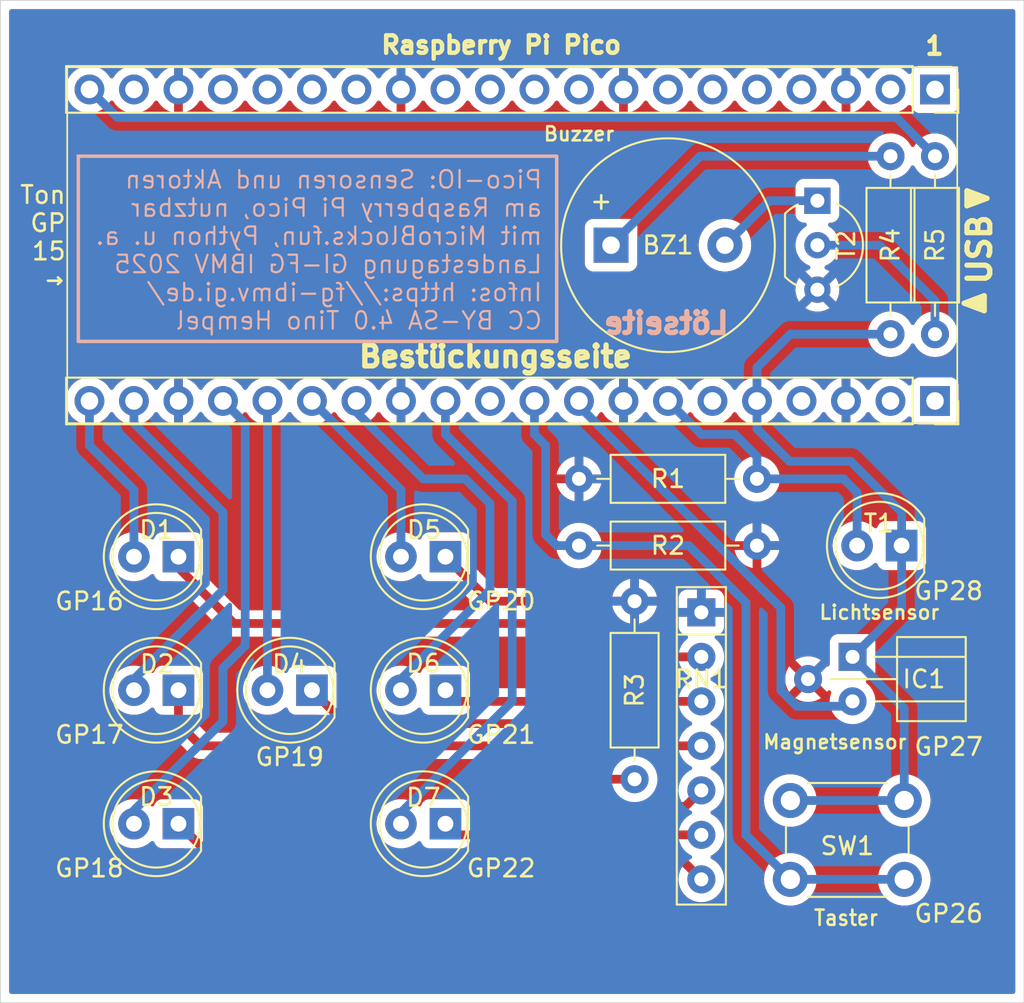
<source format=kicad_pcb>
(kicad_pcb (version 20240108) (generator "pcbnew") (generator_version "8.0")
  (layers (0 "F.Cu" signal) (31 "B.Cu" signal) (34 "B.Paste" user) (35 "F.Paste" user) (36 "B.SilkS" user "B.Silkscreen") (37 "F.SilkS" user "F.Silkscreen") (38 "B.Mask" user) (39 "F.Mask" user) (44 "Edge.Cuts" user))
  (net 0 "")
  (net 1 "Net-(D1-K)")
  (net 2 "GND")
  (net 3 "Net-(D4-K)")
  (net 4 "Net-(D5-K)")
  (net 5 "Net-(D6-K)")
  (net 6 "GP28")
  (net 7 "+3V3")
  (net 22 "GP15")
  (net 28 "GP16")
  (net 29 "GP21")
  (net 30 "GP17")
  (net 31 "GP20")
  (net 32 "GP19")
  (net 33 "GP22")
  (net 34 "GP18")
  (net 35 "GP26")
  (net 36 "GP27")
  (net 38 "Net-(BZ1--)")
  (net 39 "Net-(BZ1-+)")
  (net 40 "Net-(T2-B)")
  (net 41 "Net-(D2-K)")
  (net 42 "Net-(D3-K)")
  (net 43 "Net-(D7-K)")
  (footprint "Resistor_THT:R_Axial_DIN0207_L6.3mm_D2.5mm_P10.16mm_Horizontal" (layer "F.Cu") (at 83.02 81.115)
    (property "Reference" "R2" (at 5.08 0 0) (layer "F.SilkS"))
    (property "Value" "10k" (hide yes))
    (fp_line (start 1.04 0) (end 1.81 0) (stroke (width 0.12)) (layer "F.SilkS"))
    (fp_line (start 1.81 -1.37) (end 1.81 1.37) (stroke (width 0.12)) (layer "F.SilkS"))
    (fp_line (start 1.81 1.37) (end 8.35 1.37) (stroke (width 0.12)) (layer "F.SilkS"))
    (fp_line (start 8.35 -1.37) (end 1.81 -1.37) (stroke (width 0.12)) (layer "F.SilkS"))
    (fp_line (start 8.35 1.37) (end 8.35 -1.37) (stroke (width 0.12)) (layer "F.SilkS"))
    (fp_line (start 9.12 0) (end 8.35 0) (stroke (width 0.12)) (layer "F.SilkS"))
    (pad "1" thru_hole circle (at 0 0) (size 1.6 1.6) (drill 0.8) (layers "*.Cu" "*.Mask") (net 35 "GP26"))
    (pad "2" thru_hole oval (at 10.16 0) (size 1.6 1.6) (drill 0.8) (layers "*.Cu" "*.Mask") (net 2 "GND"))
  )
  (footprint "sonstiges:Buzzer_12x9.5RM6.5" (layer "F.Cu") (at 88.1 63.97)
    (property "Reference" "BZ1" (at 0 0 0) (layer "F.SilkS"))
    (property "Value" "Buzzer" (at -5.08 -6.35 0) (layer "F.SilkS") (effects (font (size 0.8 0.8))))
    (fp_circle (center 0 0) (end 6.1 0) (stroke (width 0.12)) (fill none) (layer "F.SilkS"))
    (fp_text user "+" (at -3.81 -2.54 0) (layer "F.SilkS"))
    (pad "1" thru_hole rect (at -3.25 0) (size 2 2) (drill 1) (layers "*.Cu" "*.Mask") (net 39 "Net-(BZ1-+)"))
    (pad "2" thru_hole circle (at 3.25 0) (size 2 2) (drill 1) (layers "*.Cu" "*.Mask") (net 38 "Net-(BZ1--)"))
  )
  (footprint "LED_THT:LED_D5.0mm_Clear" (layer "F.Cu") (at 101.435 81.115 180)
    (property "Reference" "T1" (at 1.303967 1.27 180) (layer "F.SilkS"))
    (property "Value" "Lichtsensor" (at 1.27 -3.81 180) (layer "F.SilkS") (effects (font (size 0.8 0.8))))
    (fp_line (start -1.29 -1.545) (end -1.29 1.545) (stroke (width 0.12)) (layer "F.SilkS"))
    (fp_arc (start 4.26 -0.000462) (mid 2.072002 2.880433) (end -1.29 1.54483) (stroke (width 0.12)) (layer "F.SilkS"))
    (fp_arc (start -1.29 -1.54483) (mid 2.072002 -2.880433) (end 4.26 0.000462) (stroke (width 0.12)) (layer "F.SilkS"))
    (fp_circle (center 1.27 0) (end 3.77 0) (stroke (width 0.12)) (fill none) (layer "F.SilkS"))
    (pad "1" thru_hole rect (at 0 0 180) (size 1.8 1.8) (drill 0.9) (layers "*.Cu" "*.Mask") (net 7 "+3V3"))
    (pad "2" thru_hole circle (at 2.54 0 180) (size 1.8 1.8) (drill 0.9) (layers "*.Cu" "*.Mask") (net 6 "GP28"))
  )
  (footprint "LED_THT:LED_D5.0mm" (layer "F.Cu") (at 60.16 96.99 180)
    (property "Reference" "D3" (at 1.253968 1.533314 180) (layer "F.SilkS"))
    (property "Value" "GP18" (at 5.08 -2.54 180) (layer "F.SilkS"))
    (fp_line (start -1.29 -1.545) (end -1.29 1.545) (stroke (width 0.12)) (layer "F.SilkS"))
    (fp_arc (start 4.26 -0.000462) (mid 2.072002 2.880433) (end -1.29 1.54483) (stroke (width 0.12)) (layer "F.SilkS"))
    (fp_arc (start -1.29 -1.54483) (mid 2.072002 -2.880433) (end 4.26 0.000462) (stroke (width 0.12)) (layer "F.SilkS"))
    (fp_circle (center 1.27 0) (end 3.77 0) (stroke (width 0.12)) (fill none) (layer "F.SilkS"))
    (pad "1" thru_hole rect (at 0 0 180) (size 1.8 1.8) (drill 0.9) (layers "*.Cu" "*.Mask") (net 42 "Net-(D3-K)"))
    (pad "2" thru_hole circle (at 2.54 0 180) (size 1.8 1.8) (drill 0.9) (layers "*.Cu" "*.Mask") (net 34 "GP18"))
  )
  (footprint "Button_Switch_THT:SW_PUSH_6mm" (layer "F.Cu") (at 95.085 95.665)
    (property "Reference" "SW1" (at 3.25 2.595 0) (layer "F.SilkS"))
    (property "Value" "Taster" (at 3.175 6.7 0) (layer "F.SilkS") (effects (font (size 0.87 0.8))))
    (fp_line (start -0.25 1.5) (end -0.25 3) (stroke (width 0.12)) (layer "F.SilkS"))
    (fp_line (start 1 5.5) (end 5.5 5.5) (stroke (width 0.12)) (layer "F.SilkS"))
    (fp_line (start 5.5 -1) (end 1 -1) (stroke (width 0.12)) (layer "F.SilkS"))
    (fp_line (start 6.75 3) (end 6.75 1.5) (stroke (width 0.12)) (layer "F.SilkS"))
    (pad "1" thru_hole circle (at 0 0 90) (size 2 2) (drill 1.1) (layers "*.Cu" "*.Mask") (net 7 "+3V3"))
    (pad "1" thru_hole circle (at 6.5 0 90) (size 2 2) (drill 1.1) (layers "*.Cu" "*.Mask") (net 7 "+3V3"))
    (pad "2" thru_hole circle (at 0 4.5 90) (size 2 2) (drill 1.1) (layers "*.Cu" "*.Mask") (net 35 "GP26"))
    (pad "2" thru_hole circle (at 6.5 4.5 90) (size 2 2) (drill 1.1) (layers "*.Cu" "*.Mask") (net 35 "GP26"))
  )
  (footprint "Package_TO_SOT_THT:TO-92_Inline_Wide" (layer "F.Cu") (at 96.63 61.43 -90)
    (property "Reference" "T2" (at 2.54 -1.63 90) (layer "F.SilkS"))
    (property "Value" "BC547" (hide yes))
    (fp_line (start 0.74 1.85) (end 4.34 1.85) (stroke (width 0.12)) (layer "F.SilkS"))
    (fp_arc (start 0.74 1.85) (mid 0.446097 1.509328) (end 0.215816 1.122795) (stroke (width 0.12)) (layer "F.SilkS"))
    (fp_arc (start 4.864184 1.122795) (mid 4.633903 1.509328) (end 4.34 1.85) (stroke (width 0.12)) (layer "F.SilkS"))
    (fp_arc (start 0.1836 -1.098807) (mid 1.143021 -2.192817) (end 2.54 -2.6) (stroke (width 0.12)) (layer "F.SilkS"))
    (fp_arc (start 2.54 -2.6) (mid 3.936979 -2.192818) (end 4.8964 -1.098807) (stroke (width 0.12)) (layer "F.SilkS"))
    (pad "1" thru_hole rect (at 0 0 270) (size 1.5 1.5) (drill 0.8) (layers "*.Cu" "*.Mask") (net 38 "Net-(BZ1--)"))
    (pad "2" thru_hole circle (at 2.54 0 270) (size 1.5 1.5) (drill 0.8) (layers "*.Cu" "*.Mask") (net 40 "Net-(T2-B)"))
    (pad "3" thru_hole circle (at 5.08 0 270) (size 1.5 1.5) (drill 0.8) (layers "*.Cu" "*.Mask") (net 2 "GND"))
  )
  (footprint "Connector_PinSocket_2.54mm:PinSocket_1x20_P2.54mm_Vertical" (layer "F.Cu") (at 103.34 72.86 -90)
    (property "Reference" "Pico_R1" (hide yes))
    (property "Value" "Conn_01x20_Socket" (hide yes))
    (fp_line (start -1.33 49.59) (end 1.33 49.59) (stroke (width 0.12)) (layer "F.SilkS"))
    (fp_line (start -1.33 1.27) (end -1.33 49.59) (stroke (width 0.12)) (layer "F.SilkS"))
    (fp_line (start -1.33 1.27) (end 1.33 1.27) (stroke (width 0.12)) (layer "F.SilkS"))
    (fp_line (start 1.33 1.27) (end 1.33 49.59) (stroke (width 0.12)) (layer "F.SilkS"))
    (fp_line (start 0 -1.33) (end 1.33 -1.33) (stroke (width 0.12)) (layer "F.SilkS"))
    (fp_line (start 1.33 -1.33) (end 1.33 0) (stroke (width 0.12)) (layer "F.SilkS"))
    (pad "1" thru_hole rect (at 0 0 270) (size 1.7 1.7) (drill 1) (layers "*.Cu" "*.Mask"))
    (pad "2" thru_hole oval (at 0 2.54 270) (size 1.7 1.7) (drill 1) (layers "*.Cu" "*.Mask"))
    (pad "3" thru_hole oval (at 0 5.08 270) (size 1.7 1.7) (drill 1) (layers "*.Cu" "*.Mask") (net 2 "GND"))
    (pad "4" thru_hole oval (at 0 7.62 270) (size 1.7 1.7) (drill 1) (layers "*.Cu" "*.Mask"))
    (pad "5" thru_hole oval (at 0 10.16 270) (size 1.7 1.7) (drill 1) (layers "*.Cu" "*.Mask") (net 7 "+3V3"))
    (pad "6" thru_hole oval (at 0 12.7 270) (size 1.7 1.7) (drill 1) (layers "*.Cu" "*.Mask"))
    (pad "7" thru_hole oval (at 0 15.24 270) (size 1.7 1.7) (drill 1) (layers "*.Cu" "*.Mask") (net 6 "GP28"))
    (pad "8" thru_hole oval (at 0 17.78 270) (size 1.7 1.7) (drill 1) (layers "*.Cu" "*.Mask") (net 2 "GND"))
    (pad "9" thru_hole oval (at 0 20.32 270) (size 1.7 1.7) (drill 1) (layers "*.Cu" "*.Mask") (net 36 "GP27"))
    (pad "10" thru_hole oval (at 0 22.86 270) (size 1.7 1.7) (drill 1) (layers "*.Cu" "*.Mask") (net 35 "GP26"))
    (pad "11" thru_hole oval (at 0 25.4 270) (size 1.7 1.7) (drill 1) (layers "*.Cu" "*.Mask"))
    (pad "12" thru_hole oval (at 0 27.94 270) (size 1.7 1.7) (drill 1) (layers "*.Cu" "*.Mask") (net 33 "GP22"))
    (pad "13" thru_hole oval (at 0 30.48 270) (size 1.7 1.7) (drill 1) (layers "*.Cu" "*.Mask") (net 2 "GND"))
    (pad "14" thru_hole oval (at 0 33.02 270) (size 1.7 1.7) (drill 1) (layers "*.Cu" "*.Mask") (net 29 "GP21"))
    (pad "15" thru_hole oval (at 0 35.56 270) (size 1.7 1.7) (drill 1) (layers "*.Cu" "*.Mask") (net 31 "GP20"))
    (pad "16" thru_hole oval (at 0 38.1 270) (size 1.7 1.7) (drill 1) (layers "*.Cu" "*.Mask") (net 32 "GP19"))
    (pad "17" thru_hole oval (at 0 40.64 270) (size 1.7 1.7) (drill 1) (layers "*.Cu" "*.Mask") (net 34 "GP18"))
    (pad "18" thru_hole oval (at 0 43.18 270) (size 1.7 1.7) (drill 1) (layers "*.Cu" "*.Mask") (net 2 "GND"))
    (pad "19" thru_hole oval (at 0 45.72 270) (size 1.7 1.7) (drill 1) (layers "*.Cu" "*.Mask") (net 30 "GP17"))
    (pad "20" thru_hole oval (at 0 48.26 270) (size 1.7 1.7) (drill 1) (layers "*.Cu" "*.Mask") (net 28 "GP16"))
  )
  (footprint "Resistor_THT:R_Array_SIP7" (layer "F.Cu") (at 90.005 84.925 -90)
    (property "Reference" "RN1" (at 3.81 0 0) (layer "F.SilkS"))
    (property "Value" "220" (hide yes))
    (fp_line (start -1.44 1.4) (end 16.68 1.4) (stroke (width 0.12)) (layer "F.SilkS"))
    (fp_line (start 16.68 1.4) (end 16.68 -1.4) (stroke (width 0.12)) (layer "F.SilkS"))
    (fp_line (start -1.44 -1.4) (end -1.44 1.4) (stroke (width 0.12)) (layer "F.SilkS"))
    (fp_line (start 1.27 -1.4) (end 1.27 1.4) (stroke (width 0.12)) (layer "F.SilkS"))
    (fp_line (start 16.68 -1.4) (end -1.44 -1.4) (stroke (width 0.12)) (layer "F.SilkS"))
    (pad "1" thru_hole rect (at 0 0 270) (size 1.6 1.6) (drill 0.8) (layers "*.Cu" "*.Mask") (net 2 "GND"))
    (pad "2" thru_hole oval (at 2.54 0 270) (size 1.6 1.6) (drill 0.8) (layers "*.Cu" "*.Mask") (net 4 "Net-(D5-K)"))
    (pad "3" thru_hole oval (at 5.08 0 270) (size 1.6 1.6) (drill 0.8) (layers "*.Cu" "*.Mask") (net 1 "Net-(D1-K)"))
    (pad "4" thru_hole oval (at 7.62 0 270) (size 1.6 1.6) (drill 0.8) (layers "*.Cu" "*.Mask") (net 5 "Net-(D6-K)"))
    (pad "5" thru_hole oval (at 10.16 0 270) (size 1.6 1.6) (drill 0.8) (layers "*.Cu" "*.Mask") (net 41 "Net-(D2-K)"))
    (pad "6" thru_hole oval (at 12.7 0 270) (size 1.6 1.6) (drill 0.8) (layers "*.Cu" "*.Mask") (net 43 "Net-(D7-K)"))
    (pad "7" thru_hole oval (at 15.24 0 270) (size 1.6 1.6) (drill 0.8) (layers "*.Cu" "*.Mask") (net 42 "Net-(D3-K)"))
  )
  (footprint "LED_THT:LED_D5.0mm" (layer "F.Cu") (at 60.16 89.37 180)
    (property "Reference" "D2" (at 1.215687 1.492961 180) (layer "F.SilkS"))
    (property "Value" "GP17" (at 5.08 -2.54 180) (layer "F.SilkS"))
    (fp_line (start -1.29 -1.545) (end -1.29 1.545) (stroke (width 0.12)) (layer "F.SilkS"))
    (fp_arc (start 4.26 -0.000462) (mid 2.072002 2.880433) (end -1.29 1.54483) (stroke (width 0.12)) (layer "F.SilkS"))
    (fp_arc (start -1.29 -1.54483) (mid 2.072002 -2.880433) (end 4.26 0.000462) (stroke (width 0.12)) (layer "F.SilkS"))
    (fp_circle (center 1.27 0) (end 3.77 0) (stroke (width 0.12)) (fill none) (layer "F.SilkS"))
    (pad "1" thru_hole rect (at 0 0 180) (size 1.8 1.8) (drill 0.9) (layers "*.Cu" "*.Mask") (net 41 "Net-(D2-K)"))
    (pad "2" thru_hole circle (at 2.54 0 180) (size 1.8 1.8) (drill 0.9) (layers "*.Cu" "*.Mask") (net 30 "GP17"))
  )
  (footprint "LED_THT:LED_D5.0mm" (layer "F.Cu") (at 75.4 81.75 180)
    (property "Reference" "D5" (at 1.21983 1.52917 180) (layer "F.SilkS"))
    (property "Value" "GP20" (at -3.175 -2.54 0) (layer "F.SilkS"))
    (fp_line (start -1.29 -1.545) (end -1.29 1.545) (stroke (width 0.12)) (layer "F.SilkS"))
    (fp_arc (start 4.26 -0.000462) (mid 2.072002 2.880433) (end -1.29 1.54483) (stroke (width 0.12)) (layer "F.SilkS"))
    (fp_arc (start -1.29 -1.54483) (mid 2.072002 -2.880433) (end 4.26 0.000462) (stroke (width 0.12)) (layer "F.SilkS"))
    (fp_circle (center 1.27 0) (end 3.77 0) (stroke (width 0.12)) (fill none) (layer "F.SilkS"))
    (pad "1" thru_hole rect (at 0 0 180) (size 1.8 1.8) (drill 0.9) (layers "*.Cu" "*.Mask") (net 4 "Net-(D5-K)"))
    (pad "2" thru_hole circle (at 2.54 0 180) (size 1.8 1.8) (drill 0.9) (layers "*.Cu" "*.Mask") (net 31 "GP20"))
  )
  (footprint "Resistor_THT:R_Axial_DIN0207_L6.3mm_D2.5mm_P10.16mm_Horizontal" (layer "F.Cu") (at 86.195 94.45 90)
    (property "Reference" "R3" (at 5.08 0 -90) (layer "F.SilkS"))
    (property "Value" "2k2" (hide yes))
    (fp_line (start 8.35 -1.37) (end 1.81 -1.37) (stroke (width 0.12)) (layer "F.SilkS"))
    (fp_line (start 1.81 -1.37) (end 1.81 1.37) (stroke (width 0.12)) (layer "F.SilkS"))
    (fp_line (start 9.12 0) (end 8.35 0) (stroke (width 0.12)) (layer "F.SilkS"))
    (fp_line (start 1.04 0) (end 1.81 0) (stroke (width 0.12)) (layer "F.SilkS"))
    (fp_line (start 8.35 1.37) (end 8.35 -1.37) (stroke (width 0.12)) (layer "F.SilkS"))
    (fp_line (start 1.81 1.37) (end 8.35 1.37) (stroke (width 0.12)) (layer "F.SilkS"))
    (pad "1" thru_hole circle (at 0 0 90) (size 1.6 1.6) (drill 0.8) (layers "*.Cu" "*.Mask") (net 3 "Net-(D4-K)"))
    (pad "2" thru_hole oval (at 10.16 0 90) (size 1.6 1.6) (drill 0.8) (layers "*.Cu" "*.Mask") (net 2 "GND"))
  )
  (footprint "Resistor_THT:R_Axial_DIN0207_L6.3mm_D2.5mm_P10.16mm_Horizontal" (layer "F.Cu") (at 100.8 69.05 90)
    (property "Reference" "R4" (at 5.08 0 -90) (layer "F.SilkS"))
    (property "Value" "100" (hide yes))
    (fp_line (start 8.35 -1.37) (end 1.81 -1.37) (stroke (width 0.12)) (layer "F.SilkS"))
    (fp_line (start 1.81 -1.37) (end 1.81 1.37) (stroke (width 0.12)) (layer "F.SilkS"))
    (fp_line (start 9.12 0) (end 8.35 0) (stroke (width 0.12)) (layer "F.SilkS"))
    (fp_line (start 1.04 0) (end 1.81 0) (stroke (width 0.12)) (layer "F.SilkS"))
    (fp_line (start 8.35 1.37) (end 8.35 -1.37) (stroke (width 0.12)) (layer "F.SilkS"))
    (fp_line (start 1.81 1.37) (end 8.35 1.37) (stroke (width 0.12)) (layer "F.SilkS"))
    (pad "1" thru_hole circle (at 0 0 90) (size 1.6 1.6) (drill 0.8) (layers "*.Cu" "*.Mask") (net 7 "+3V3"))
    (pad "2" thru_hole oval (at 10.16 0 90) (size 1.6 1.6) (drill 0.8) (layers "*.Cu" "*.Mask") (net 39 "Net-(BZ1-+)"))
  )
  (footprint "Connector_PinSocket_2.54mm:PinSocket_1x20_P2.54mm_Vertical" (layer "F.Cu") (at 103.34 55.08 -90)
    (property "Reference" "Pico_L1" (hide yes))
    (property "Value" "Conn_01x20_Socket" (hide yes))
    (fp_line (start -1.33 49.59) (end 1.33 49.59) (stroke (width 0.12)) (layer "F.SilkS"))
    (fp_line (start -1.33 1.27) (end -1.33 49.59) (stroke (width 0.12)) (layer "F.SilkS"))
    (fp_line (start -1.33 1.27) (end 1.33 1.27) (stroke (width 0.12)) (layer "F.SilkS"))
    (fp_line (start 1.33 1.27) (end 1.33 49.59) (stroke (width 0.12)) (layer "F.SilkS"))
    (fp_line (start 0 -1.33) (end 1.33 -1.33) (stroke (width 0.12)) (layer "F.SilkS"))
    (fp_line (start 1.33 -1.33) (end 1.33 0) (stroke (width 0.12)) (layer "F.SilkS"))
    (pad "1" thru_hole rect (at 0 0 270) (size 1.7 1.7) (drill 1) (layers "*.Cu" "*.Mask"))
    (pad "2" thru_hole oval (at 0 2.54 270) (size 1.7 1.7) (drill 1) (layers "*.Cu" "*.Mask"))
    (pad "3" thru_hole oval (at 0 5.08 270) (size 1.7 1.7) (drill 1) (layers "*.Cu" "*.Mask") (net 2 "GND"))
    (pad "4" thru_hole oval (at 0 7.62 270) (size 1.7 1.7) (drill 1) (layers "*.Cu" "*.Mask"))
    (pad "5" thru_hole oval (at 0 10.16 270) (size 1.7 1.7) (drill 1) (layers "*.Cu" "*.Mask"))
    (pad "6" thru_hole oval (at 0 12.7 270) (size 1.7 1.7) (drill 1) (layers "*.Cu" "*.Mask"))
    (pad "7" thru_hole oval (at 0 15.24 270) (size 1.7 1.7) (drill 1) (layers "*.Cu" "*.Mask"))
    (pad "8" thru_hole oval (at 0 17.78 270) (size 1.7 1.7) (drill 1) (layers "*.Cu" "*.Mask") (net 2 "GND"))
    (pad "9" thru_hole oval (at 0 20.32 270) (size 1.7 1.7) (drill 1) (layers "*.Cu" "*.Mask"))
    (pad "10" thru_hole oval (at 0 22.86 270) (size 1.7 1.7) (drill 1) (layers "*.Cu" "*.Mask"))
    (pad "11" thru_hole oval (at 0 25.4 270) (size 1.7 1.7) (drill 1) (layers "*.Cu" "*.Mask"))
    (pad "12" thru_hole oval (at 0 27.94 270) (size 1.7 1.7) (drill 1) (layers "*.Cu" "*.Mask"))
    (pad "13" thru_hole oval (at 0 30.48 270) (size 1.7 1.7) (drill 1) (layers "*.Cu" "*.Mask") (net 2 "GND"))
    (pad "14" thru_hole oval (at 0 33.02 270) (size 1.7 1.7) (drill 1) (layers "*.Cu" "*.Mask"))
    (pad "15" thru_hole oval (at 0 35.56 270) (size 1.7 1.7) (drill 1) (layers "*.Cu" "*.Mask"))
    (pad "16" thru_hole oval (at 0 38.1 270) (size 1.7 1.7) (drill 1) (layers "*.Cu" "*.Mask"))
    (pad "17" thru_hole oval (at 0 40.64 270) (size 1.7 1.7) (drill 1) (layers "*.Cu" "*.Mask"))
    (pad "18" thru_hole oval (at 0 43.18 270) (size 1.7 1.7) (drill 1) (layers "*.Cu" "*.Mask") (net 2 "GND"))
    (pad "19" thru_hole oval (at 0 45.72 270) (size 1.7 1.7) (drill 1) (layers "*.Cu" "*.Mask"))
    (pad "20" thru_hole oval (at 0 48.26 270) (size 1.7 1.7) (drill 1) (layers "*.Cu" "*.Mask") (net 22 "GP15"))
  )
  (footprint "LED_THT:LED_D5.0mm" (layer "F.Cu") (at 75.4 89.37 180)
    (property "Reference" "D6" (at 1.258112 1.531242 180) (layer "F.SilkS"))
    (property "Value" "GP21" (at -3.175 -2.54 0) (layer "F.SilkS"))
    (fp_line (start -1.29 -1.545) (end -1.29 1.545) (stroke (width 0.12)) (layer "F.SilkS"))
    (fp_arc (start 4.26 -0.000462) (mid 2.072002 2.880433) (end -1.29 1.54483) (stroke (width 0.12)) (layer "F.SilkS"))
    (fp_arc (start -1.29 -1.54483) (mid 2.072002 -2.880433) (end 4.26 0.000462) (stroke (width 0.12)) (layer "F.SilkS"))
    (fp_circle (center 1.27 0) (end 3.77 0) (stroke (width 0.12)) (fill none) (layer "F.SilkS"))
    (pad "1" thru_hole rect (at 0 0 180) (size 1.8 1.8) (drill 0.9) (layers "*.Cu" "*.Mask") (net 5 "Net-(D6-K)"))
    (pad "2" thru_hole circle (at 2.54 0 180) (size 1.8 1.8) (drill 0.9) (layers "*.Cu" "*.Mask") (net 29 "GP21"))
  )
  (footprint "LED_THT:LED_D5.0mm" (layer "F.Cu") (at 75.4 96.99 180)
    (property "Reference" "D7" (at 1.258112 1.495033 180) (layer "F.SilkS"))
    (property "Value" "GP22" (at -3.175 -2.54 180) (layer "F.SilkS"))
    (fp_line (start -1.29 -1.545) (end -1.29 1.545) (stroke (width 0.12)) (layer "F.SilkS"))
    (fp_arc (start 4.26 -0.000462) (mid 2.072002 2.880433) (end -1.29 1.54483) (stroke (width 0.12)) (layer "F.SilkS"))
    (fp_arc (start -1.29 -1.54483) (mid 2.072002 -2.880433) (end 4.26 0.000462) (stroke (width 0.12)) (layer "F.SilkS"))
    (fp_circle (center 1.27 0) (end 3.77 0) (stroke (width 0.12)) (fill none) (layer "F.SilkS"))
    (pad "1" thru_hole rect (at 0 0 180) (size 1.8 1.8) (drill 0.9) (layers "*.Cu" "*.Mask") (net 43 "Net-(D7-K)"))
    (pad "2" thru_hole circle (at 2.54 0 180) (size 1.8 1.8) (drill 0.9) (layers "*.Cu" "*.Mask") (net 33 "GP22"))
  )
  (footprint "LED_THT:LED_D5.0mm" (layer "F.Cu") (at 60.16 81.75 180)
    (property "Reference" "D1" (at 1.253968 1.52917 180) (layer "F.SilkS"))
    (property "Value" "GP16" (at 5.08 -2.54 180) (layer "F.SilkS"))
    (fp_line (start -1.29 -1.545) (end -1.29 1.545) (stroke (width 0.12)) (layer "F.SilkS"))
    (fp_arc (start 4.26 -0.000462) (mid 2.072002 2.880433) (end -1.29 1.54483) (stroke (width 0.12)) (layer "F.SilkS"))
    (fp_arc (start -1.29 -1.54483) (mid 2.072002 -2.880433) (end 4.26 0.000462) (stroke (width 0.12)) (layer "F.SilkS"))
    (fp_circle (center 1.27 0) (end 3.77 0) (stroke (width 0.12)) (fill none) (layer "F.SilkS"))
    (pad "1" thru_hole rect (at 0 0 180) (size 1.8 1.8) (drill 0.9) (layers "*.Cu" "*.Mask") (net 1 "Net-(D1-K)"))
    (pad "2" thru_hole circle (at 2.54 0 180) (size 1.8 1.8) (drill 0.9) (layers "*.Cu" "*.Mask") (net 28 "GP16"))
  )
  (footprint "LED_THT:LED_D5.0mm" (layer "F.Cu") (at 67.78 89.37 180)
    (property "Reference" "D4" (at 1.294321 1.492961 180) (layer "F.SilkS"))
    (property "Value" "GP19" (at 1.27 -3.81 0) (layer "F.SilkS"))
    (fp_line (start -1.29 -1.545) (end -1.29 1.545) (stroke (width 0.12)) (layer "F.SilkS"))
    (fp_arc (start 4.26 -0.000462) (mid 2.072002 2.880433) (end -1.29 1.54483) (stroke (width 0.12)) (layer "F.SilkS"))
    (fp_arc (start -1.29 -1.54483) (mid 2.072002 -2.880433) (end 4.26 0.000462) (stroke (width 0.12)) (layer "F.SilkS"))
    (fp_circle (center 1.27 0) (end 3.77 0) (stroke (width 0.12)) (fill none) (layer "F.SilkS"))
    (pad "1" thru_hole rect (at 0 0 180) (size 1.8 1.8) (drill 0.9) (layers "*.Cu" "*.Mask") (net 3 "Net-(D4-K)"))
    (pad "2" thru_hole circle (at 2.54 0 180) (size 1.8 1.8) (drill 0.9) (layers "*.Cu" "*.Mask") (net 32 "GP19"))
  )
  (footprint "Library:TO-92_Inline_Horizontal2_lötsicher" (layer "F.Cu") (at 96.095 87.465 -90)
    (property "Reference" "IC1" (at 1.27 -6.61 0) (layer "F.SilkS"))
    (property "Value" "Magnetsensor" (at 4.859196 -1.53 0) (layer "F.SilkS") (effects (font (size 0.8 0.8))))
    (fp_line (start 1.27 -1.27) (end 1.27 -5.08) (stroke (width 0.12)) (layer "F.SilkS"))
    (fp_line (start 0 -3.81) (end 0 -8.89) (stroke (width 0.12)) (layer "F.SilkS"))
    (fp_line (start 2.54 -3.81) (end 2.54 -8.89) (stroke (width 0.12)) (layer "F.SilkS"))
    (fp_line (start -1.13 -5.08) (end 3.67 -5.08) (stroke (width 0.12)) (layer "F.SilkS"))
    (fp_line (start 3.67 -5.08) (end 3.67 -9) (stroke (width 0.12)) (layer "F.SilkS"))
    (fp_line (start -1.13 -9) (end -1.13 -5.08) (stroke (width 0.12)) (layer "F.SilkS"))
    (fp_line (start 3.67 -9) (end -1.13 -9) (stroke (width 0.12)) (layer "F.SilkS"))
    (pad "1" thru_hole rect (at 0 -2.54 270) (size 1.6 1.6) (drill 0.8) (layers "*.Cu" "*.Mask") (net 7 "+3V3"))
    (pad "2" thru_hole circle (at 1.27 0 270) (size 1.6 1.6) (drill 0.8) (layers "*.Cu" "*.Mask") (net 2 "GND"))
    (pad "3" thru_hole oval (at 2.54 -2.54 270) (size 1.6 1.6) (drill 0.8) (layers "*.Cu" "*.Mask") (net 36 "GP27"))
  )
  (footprint "Resistor_THT:R_Axial_DIN0207_L6.3mm_D2.5mm_P10.16mm_Horizontal" (layer "F.Cu") (at 93.18 77.305 180)
    (property "Reference" "R1" (at 5.08 0 180) (layer "F.SilkS"))
    (property "Value" "10k" (hide yes))
    (fp_line (start 9.12 0) (end 8.35 0) (stroke (width 0.12)) (layer "F.SilkS"))
    (fp_line (start 8.35 1.37) (end 8.35 -1.37) (stroke (width 0.12)) (layer "F.SilkS"))
    (fp_line (start 8.35 -1.37) (end 1.81 -1.37) (stroke (width 0.12)) (layer "F.SilkS"))
    (fp_line (start 1.81 1.37) (end 8.35 1.37) (stroke (width 0.12)) (layer "F.SilkS"))
    (fp_line (start 1.81 -1.37) (end 1.81 1.37) (stroke (width 0.12)) (layer "F.SilkS"))
    (fp_line (start 1.04 0) (end 1.81 0) (stroke (width 0.12)) (layer "F.SilkS"))
    (pad "1" thru_hole circle (at 0 0 180) (size 1.6 1.6) (drill 0.8) (layers "*.Cu" "*.Mask") (net 6 "GP28"))
    (pad "2" thru_hole oval (at 10.16 0 180) (size 1.6 1.6) (drill 0.8) (layers "*.Cu" "*.Mask") (net 2 "GND"))
  )
  (footprint "Resistor_THT:R_Axial_DIN0207_L6.3mm_D2.5mm_P10.16mm_Horizontal" (layer "F.Cu") (at 103.34 69.05 90)
    (property "Reference" "R5" (at 5.08 0 -90) (layer "F.SilkS"))
    (property "Value" "1k" (hide yes))
    (fp_line (start 8.35 -1.37) (end 1.81 -1.37) (stroke (width 0.12)) (layer "F.SilkS"))
    (fp_line (start 1.81 -1.37) (end 1.81 1.37) (stroke (width 0.12)) (layer "F.SilkS"))
    (fp_line (start 9.12 0) (end 8.35 0) (stroke (width 0.12)) (layer "F.SilkS"))
    (fp_line (start 1.04 0) (end 1.81 0) (stroke (width 0.12)) (layer "F.SilkS"))
    (fp_line (start 8.35 1.37) (end 8.35 -1.37) (stroke (width 0.12)) (layer "F.SilkS"))
    (fp_line (start 1.81 1.37) (end 8.35 1.37) (stroke (width 0.12)) (layer "F.SilkS"))
    (pad "1" thru_hole circle (at 0 0 90) (size 1.6 1.6) (drill 0.8) (layers "*.Cu" "*.Mask") (net 40 "Net-(T2-B)"))
    (pad "2" thru_hole oval (at 10.16 0 90) (size 1.6 1.6) (drill 0.8) (layers "*.Cu" "*.Mask") (net 22 "GP15"))
  )
  (gr_rect (start 53.81 53.81) (end 104.61 74.13) (stroke (width 0.1)) (fill none) (layer "F.SilkS"))
  (gr_rect (start 50 50) (end 108.42 107.2026) (stroke (width 0.05)) (fill none) (layer "Edge.Cuts"))
  (gr_text "Lötseite" (at 84.29 68.415 0) (layer "B.SilkS") (effects (font (size 1.2 1.2) (thickness 0.3) (bold yes)) (justify right mirror)))
  (gr_text "►" (at 104.61 62.065 0) (layer "F.SilkS") (effects (font (size 1.5 1.5) (thickness 0.3) (bold yes)) (justify left bottom)))
  (gr_text "1" (at 102.672966 53.18429 0) (layer "F.SilkS") (effects (font (size 1 1) (thickness 0.25) (bold yes)) (justify left bottom)))
  (gr_text "►" (at 106.703354 66.51 180) (layer "F.SilkS") (effects (font (size 1.5 1.5) (thickness 0.3) (bold yes)) (justify left bottom)))
  (gr_text "GP26" (at 102.07 102.705 0) (layer "F.SilkS") (effects (font (size 1 1)) (justify left bottom)))
  (gr_text "Bestückungsseite" (at 86.195 70.32 0) (layer "F.SilkS") (effects (font (size 1.2 1.2) (thickness 0.3) (bold yes)) (justify right)))
  (gr_text "USB" (at 105.88 62.065 90) (layer "F.SilkS") (effects (font (size 1.3 1.3) (thickness 0.3) (bold yes)) (justify right)))
  (gr_text "GP27" (at 102.07 93.18 0) (layer "F.SilkS") (effects (font (size 1 1)) (justify left bottom)))
  (gr_text "Raspberry Pi Pico" (at 85.56 52.54 0) (layer "F.SilkS") (effects (font (size 1 1) (thickness 0.25) (bold yes)) (justify right)))
  (gr_text "Ton\nGP\n15\n→" (at 53.81 66.51 0) (layer "F.SilkS") (effects (font (size 1 1)) (justify right bottom)))
  (gr_text "GP28" (at 102.07 84.29 0) (layer "F.SilkS") (effects (font (size 1 1)) (justify left bottom)))
  (gr_text_box "Pico-IO: Sensoren und Aktoren am Raspberry Pi Pico, nutzbar mit MicroBlocks.fun, Python u. a.\nLandestagung GI-FG IBMV 2025\nInfos: https://fg-ibmv.gi.de/\nCC BY-SA 4.0 Tino Hempel" (start 54.445 58.89) (end 81.75 69.461372) (layer "B.SilkS") (effects (font (size 1 1) (thickness 0.125)) (justify left top mirror)) (border yes) (stroke (width 0.2)))
  (segment (start 63.335 85.56) (end 60.16 82.385) (width 0.5) (layer "F.Cu") (net 1))
  (segment (start 60.16 82.385) (end 60.16 81.75) (width 0.5) (layer "F.Cu") (net 1))
  (segment (start 86.195 90.005) (end 81.75 85.56) (width 0.5) (layer "F.Cu") (net 1))
  (segment (start 90.005 90.005) (end 86.195 90.005) (width 0.5) (layer "F.Cu") (net 1))
  (segment (start 81.75 85.56) (end 63.335 85.56) (width 0.5) (layer "F.Cu") (net 1))
  (segment (start 85.56 72.86) (end 85.56 73.495) (width 0.5) (layer "F.Cu") (net 2))
  (segment (start 96.63 66.51) (end 96.63 66.87) (width 0.5) (layer "B.Cu") (net 2))
  (segment (start 69.685 91.275) (end 67.78 89.37) (width 0.5) (layer "F.Cu") (net 3))
  (segment (start 86.195 94.45) (end 83.9725 94.45) (width 0.5) (layer "F.Cu") (net 3))
  (segment (start 80.7975 91.275) (end 69.685 91.275) (width 0.5) (layer "F.Cu") (net 3))
  (segment (start 83.9725 94.45) (end 80.7975 91.275) (width 0.5) (layer "F.Cu") (net 3))
  (segment (start 85.56 87.465) (end 82.385 84.29) (width 0.5) (layer "F.Cu") (net 4))
  (segment (start 90.005 87.465) (end 85.56 87.465) (width 0.5) (layer "F.Cu") (net 4))
  (segment (start 77.94 84.29) (end 75.4 81.75) (width 0.5) (layer "F.Cu") (net 4))
  (segment (start 82.385 84.29) (end 77.94 84.29) (width 0.5) (layer "F.Cu") (net 4))
  (segment (start 90.005 92.545) (end 84.29 92.545) (width 0.5) (layer "F.Cu") (net 5))
  (segment (start 84.29 92.545) (end 81.75 90.005) (width 0.5) (layer "F.Cu") (net 5))
  (segment (start 76.035 90.005) (end 75.4 89.37) (width 0.5) (layer "F.Cu") (net 5))
  (segment (start 81.75 90.005) (end 76.035 90.005) (width 0.5) (layer "F.Cu") (net 5))
  (segment (start 93.18 76.035) (end 93.18 77.305) (width 0.5) (layer "B.Cu") (net 6))
  (segment (start 91.91 74.765) (end 93.18 76.035) (width 0.5) (layer "B.Cu") (net 6))
  (segment (start 98.895 78.084214) (end 98.895 81.115) (width 0.5) (layer "B.Cu") (net 6))
  (segment (start 90.005 74.765) (end 91.91 74.765) (width 0.5) (layer "B.Cu") (net 6))
  (segment (start 98.115786 77.305) (end 98.895 78.084214) (width 0.5) (layer "B.Cu") (net 6))
  (segment (start 88.1 72.86) (end 90.005 74.765) (width 0.5) (layer "B.Cu") (net 6))
  (segment (start 93.18 77.305) (end 98.115786 77.305) (width 0.5) (layer "B.Cu") (net 6))
  (segment (start 95.0375 76.305) (end 98.53 76.305) (width 0.5) (layer "B.Cu") (net 7))
  (segment (start 93.18 74.4475) (end 95.0375 76.305) (width 0.5) (layer "B.Cu") (net 7))
  (segment (start 101.585 95.665) (end 95.085 95.665) (width 0.5) (layer "B.Cu") (net 7))
  (segment (start 101.435 84.665) (end 98.635 87.465) (width 0.5) (layer "B.Cu") (net 7))
  (segment (start 101.435 79.21) (end 101.435 81.115) (width 0.5) (layer "B.Cu") (net 7))
  (segment (start 95.085 69.05) (end 93.18 70.955) (width 0.5) (layer "B.Cu") (net 7))
  (segment (start 98.53 76.305) (end 101.435 79.21) (width 0.5) (layer "B.Cu") (net 7))
  (segment (start 100.8 69.05) (end 95.085 69.05) (width 0.5) (layer "B.Cu") (net 7))
  (segment (start 101.435 81.115) (end 101.435 84.665) (width 0.5) (layer "B.Cu") (net 7))
  (segment (start 98.635 87.465) (end 101.585 90.415) (width 0.5) (layer "B.Cu") (net 7))
  (segment (start 101.585 90.415) (end 101.585 95.665) (width 0.5) (layer "B.Cu") (net 7))
  (segment (start 93.18 70.955) (end 93.18 72.86) (width 0.5) (layer "B.Cu") (net 7))
  (segment (start 93.18 72.86) (end 93.18 74.4475) (width 0.5) (layer "B.Cu") (net 7))
  (segment (start 55.08 55.08) (end 56.68 56.68) (width 0.5) (layer "B.Cu") (net 22))
  (segment (start 56.68 56.68) (end 101.13 56.68) (width 0.5) (layer "B.Cu") (net 22))
  (segment (start 101.13 56.68) (end 103.34 58.89) (width 0.5) (layer "B.Cu") (net 22))
  (segment (start 57.62 77.94) (end 57.62 81.75) (width 0.5) (layer "B.Cu") (net 28))
  (segment (start 55.08 75.4) (end 57.62 77.94) (width 0.5) (layer "B.Cu") (net 28))
  (segment (start 55.08 72.86) (end 55.08 75.4) (width 0.5) (layer "B.Cu") (net 28))
  (segment (start 70.32 73.495) (end 74.13 77.305) (width 0.5) (layer "B.Cu") (net 29))
  (segment (start 77.94 83.655) (end 72.86 88.735) (width 0.5) (layer "B.Cu") (net 29))
  (segment (start 77.94 78.719214) (end 77.94 83.655) (width 0.5) (layer "B.Cu") (net 29))
  (segment (start 70.32 72.86) (end 70.32 73.495) (width 0.5) (layer "B.Cu") (net 29))
  (segment (start 72.86 88.735) (end 72.86 89.37) (width 0.5) (layer "B.Cu") (net 29))
  (segment (start 74.13 77.305) (end 76.525786 77.305) (width 0.5) (layer "B.Cu") (net 29))
  (segment (start 76.525786 77.305) (end 77.94 78.719214) (width 0.5) (layer "B.Cu") (net 29))
  (segment (start 57.62 88.735) (end 57.62 89.37) (width 0.5) (layer "B.Cu") (net 30))
  (segment (start 57.62 74.13) (end 62.7 79.21) (width 0.5) (layer "B.Cu") (net 30))
  (segment (start 62.7 79.21) (end 62.7 83.655) (width 0.5) (layer "B.Cu") (net 30))
  (segment (start 57.62 72.86) (end 57.62 74.13) (width 0.5) (layer "B.Cu") (net 30))
  (segment (start 62.7 83.655) (end 57.62 88.735) (width 0.5) (layer "B.Cu") (net 30))
  (segment (start 67.78 72.86) (end 72.86 77.94) (width 0.5) (layer "B.Cu") (net 31))
  (segment (start 72.86 77.94) (end 72.86 81.75) (width 0.5) (layer "B.Cu") (net 31))
  (segment (start 65.24 72.86) (end 65.24 89.37) (width 0.5) (layer "B.Cu") (net 32))
  (segment (start 72.86 96.355) (end 72.86 96.99) (width 0.5) (layer "B.Cu") (net 33))
  (segment (start 79.21 90.005) (end 72.86 96.355) (width 0.5) (layer "B.Cu") (net 33))
  (segment (start 75.4 72.86) (end 75.4 74.765) (width 0.5) (layer "B.Cu") (net 33))
  (segment (start 75.4 74.765) (end 79.21 78.575) (width 0.5) (layer "B.Cu") (net 33))
  (segment (start 79.21 78.575) (end 79.21 90.005) (width 0.5) (layer "B.Cu") (net 33))
  (segment (start 62.7 91.15) (end 57.62 96.23) (width 0.5) (layer "B.Cu") (net 34))
  (segment (start 63.97 86.83) (end 62.7 88.1) (width 0.5) (layer "B.Cu") (net 34))
  (segment (start 63.97 74.13) (end 63.97 86.83) (width 0.5) (layer "B.Cu") (net 34))
  (segment (start 62.7 72.86) (end 63.97 74.13) (width 0.5) (layer "B.Cu") (net 34))
  (segment (start 62.7 88.1) (end 62.7 91.15) (width 0.5) (layer "B.Cu") (net 34))
  (segment (start 57.62 96.23) (end 57.62 96.99) (width 0.5) (layer "B.Cu") (net 34))
  (segment (start 95.085 100.165) (end 101.585 100.165) (width 0.5) (layer "B.Cu") (net 35))
  (segment (start 81.115 75.4) (end 81.115 80.48) (width 0.5) (layer "B.Cu") (net 35))
  (segment (start 92.545 84.365) (end 92.545 97.625) (width 0.5) (layer "B.Cu") (net 35))
  (segment (start 80.48 72.86) (end 80.48 74.765) (width 0.5) (layer "B.Cu") (net 35))
  (segment (start 81.115 80.48) (end 81.75 81.115) (width 0.5) (layer "B.Cu") (net 35))
  (segment (start 92.545 97.625) (end 95.085 100.165) (width 0.5) (layer "B.Cu") (net 35))
  (segment (start 89.295 81.115) (end 92.545 84.365) (width 0.5) (layer "B.Cu") (net 35))
  (segment (start 81.75 81.115) (end 83.02 81.115) (width 0.5) (layer "B.Cu") (net 35))
  (segment (start 80.48 74.765) (end 81.115 75.4) (width 0.5) (layer "B.Cu") (net 35))
  (segment (start 83.02 81.115) (end 89.295 81.115) (width 0.5) (layer "B.Cu") (net 35))
  (segment (start 95.452968 90.285) (end 98.355 90.285) (width 0.5) (layer "B.Cu") (net 36))
  (segment (start 98.355 90.285) (end 98.635 90.005) (width 0.5) (layer "B.Cu") (net 36))
  (segment (start 94.545 89.377032) (end 95.452968 90.285) (width 0.5) (layer "B.Cu") (net 36))
  (segment (start 83.02 72.86) (end 83.02 73.147032) (width 0.5) (layer "B.Cu") (net 36))
  (segment (start 94.545 84.672032) (end 94.545 89.377032) (width 0.5) (layer "B.Cu") (net 36))
  (segment (start 83.02 73.147032) (end 94.545 84.672032) (width 0.5) (layer "B.Cu") (net 36))
  (segment (start 93.89 61.43) (end 91.35 63.97) (width 0.5) (layer "B.Cu") (net 38))
  (segment (start 96.63 61.43) (end 93.89 61.43) (width 0.5) (layer "B.Cu") (net 38))
  (segment (start 89.93 58.89) (end 84.85 63.97) (width 0.5) (layer "B.Cu") (net 39))
  (segment (start 100.8 58.89) (end 89.93 58.89) (width 0.5) (layer "B.Cu") (net 39))
  (segment (start 100.165 63.97) (end 103.34 67.145) (width 0.5) (layer "B.Cu") (net 40))
  (segment (start 103.34 67.145) (end 103.34 69.05) (width 0.5) (layer "B.Cu") (net 40))
  (segment (start 96.63 63.97) (end 100.165 63.97) (width 0.5) (layer "B.Cu") (net 40))
  (segment (start 90.005 95.085) (end 89.09 96) (width 0.5) (layer "F.Cu") (net 41))
  (segment (start 60.16 91.275) (end 60.16 89.37) (width 0.5) (layer "F.Cu") (net 41))
  (segment (start 61.43 92.545) (end 60.16 91.275) (width 0.5) (layer "F.Cu") (net 41))
  (segment (start 89.09 96) (end 83.3 96) (width 0.5) (layer "F.Cu") (net 41))
  (segment (start 79.845 92.545) (end 61.43 92.545) (width 0.5) (layer "F.Cu") (net 41))
  (segment (start 83.3 96) (end 79.845 92.545) (width 0.5) (layer "F.Cu") (net 41))
  (segment (start 90.005 100.165) (end 88.735 98.895) (width 0.5) (layer "F.Cu") (net 42))
  (segment (start 88.735 98.895) (end 62.065 98.895) (width 0.5) (layer "F.Cu") (net 42))
  (segment (start 62.065 98.895) (end 60.16 96.99) (width 0.5) (layer "F.Cu") (net 42))
  (segment (start 75.4 96.99) (end 76.035 97.625) (width 0.5) (layer "F.Cu") (net 43))
  (segment (start 76.035 97.625) (end 90.005 97.625) (width 0.5) (layer "F.Cu") (net 43))
  (segment (start 76.035 97.625) (end 75.4 96.99) (width 0.5) (layer "B.Cu") (net 43))
  (zone (net 2) (net_name "GND") (layers "F&B.Cu") (connect_pads (clearance 0.5)) (min_thickness 0.25) (fill yes (thermal_gap 0.5) (thermal_bridge_width 0.5))
    (polygon (pts (xy 50 50) (xy 108.42 50) (xy 108.42 107.15) (xy 50 107.15)))
  )
)
</source>
